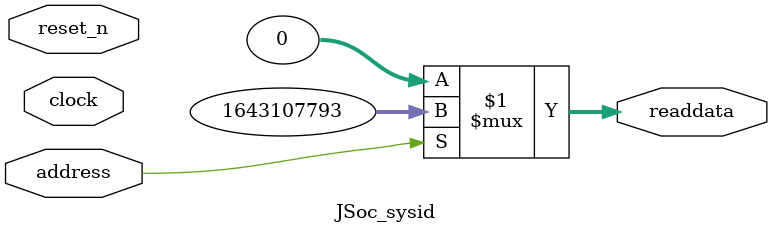
<source format=v>

`timescale 1ns / 1ps
// synthesis translate_on

// turn off superfluous verilog processor warnings 
// altera message_level Level1 
// altera message_off 10034 10035 10036 10037 10230 10240 10030 

module JSoc_sysid (
               // inputs:
                address,
                clock,
                reset_n,

               // outputs:
                readdata
             )
;

  output  [ 31: 0] readdata;
  input            address;
  input            clock;
  input            reset_n;

  wire    [ 31: 0] readdata;
  //control_slave, which is an e_avalon_slave
  assign readdata = address ? 1643107793 : 0;

endmodule




</source>
